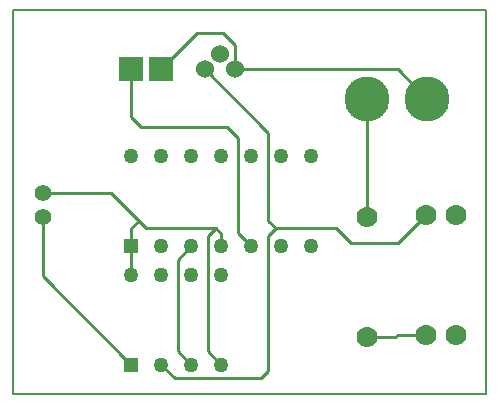
<source format=gbr>
G04 PROTEUS GERBER X2 FILE*
%TF.GenerationSoftware,Labcenter,Proteus,8.6-SP2-Build23525*%
%TF.CreationDate,2021-09-08T15:11:20+00:00*%
%TF.FileFunction,Copper,L2,Bot*%
%TF.FilePolarity,Positive*%
%TF.Part,Single*%
%FSLAX45Y45*%
%MOMM*%
G01*
%TA.AperFunction,Conductor*%
%ADD10C,0.254000*%
%TA.AperFunction,WasherPad*%
%ADD12C,1.397000*%
%TA.AperFunction,ComponentPad*%
%ADD13R,2.032000X2.032000*%
%TA.AperFunction,ComponentPad*%
%ADD14C,1.524000*%
%TA.AperFunction,ComponentPad*%
%ADD15R,1.270000X1.270000*%
%ADD16C,1.270000*%
%TA.AperFunction,ComponentPad*%
%ADD17C,3.810000*%
%ADD18C,1.778000*%
%TA.AperFunction,Profile*%
%ADD19C,0.203200*%
%TD.AperFunction*%
D10*
X+1063500Y+1968500D02*
X+832000Y+2200000D01*
X+250000Y+2200000D01*
X+3000000Y+984000D02*
X+3238500Y+984000D01*
X+3254500Y+1000000D01*
X+3500000Y+1000000D01*
X+1762000Y+750000D02*
X+1651000Y+861000D01*
X+1651000Y+1841500D01*
X+1714500Y+1905000D01*
X+1063500Y+1968500D02*
X+1127000Y+1905000D01*
X+1714500Y+1905000D01*
X+1762000Y+1857500D01*
X+1762000Y+1750000D01*
X+1000000Y+1750000D02*
X+1000000Y+1512000D01*
X+1000000Y+1750000D02*
X+1000000Y+1905000D01*
X+1063500Y+1968500D01*
X+250000Y+2000000D02*
X+250000Y+1500000D01*
X+1000000Y+750000D01*
X+1877000Y+3250000D02*
X+3258000Y+3250000D01*
X+3508000Y+3000000D01*
X+1254000Y+3250000D02*
X+1560000Y+3556000D01*
X+1778000Y+3556000D01*
X+1877000Y+3457000D01*
X+1877000Y+3250000D01*
X+3000000Y+3000000D02*
X+3000000Y+2000000D01*
X+2222500Y+1905000D02*
X+2159000Y+1841500D01*
X+2159000Y+698500D01*
X+2095500Y+635000D01*
X+1369000Y+635000D01*
X+1254000Y+750000D01*
X+2222500Y+1905000D02*
X+2159000Y+1968500D01*
X+2159000Y+2714000D01*
X+1623000Y+3250000D01*
X+2222500Y+1905000D02*
X+2730500Y+1905000D01*
X+2857500Y+1778000D01*
X+3262000Y+1778000D01*
X+3500000Y+2016000D01*
X+1508000Y+750000D02*
X+1397000Y+861000D01*
X+1397000Y+1639000D01*
X+1508000Y+1750000D01*
X+2016000Y+1750000D02*
X+1905000Y+1861000D01*
X+1905000Y+2667000D01*
X+1809079Y+2762921D01*
X+1079500Y+2762921D01*
X+1000000Y+2842421D01*
X+1000000Y+3250000D01*
D12*
X+250000Y+2200000D03*
X+250000Y+2000000D03*
D13*
X+1000000Y+3250000D03*
X+1254000Y+3250000D03*
D14*
X+1623000Y+3250000D03*
X+1750000Y+3377000D03*
X+1877000Y+3250000D03*
D15*
X+1000000Y+750000D03*
D16*
X+1254000Y+750000D03*
X+1508000Y+750000D03*
X+1762000Y+750000D03*
X+1762000Y+1512000D03*
X+1508000Y+1512000D03*
X+1254000Y+1512000D03*
X+1000000Y+1512000D03*
D15*
X+1000000Y+1750000D03*
D16*
X+1254000Y+1750000D03*
X+1508000Y+1750000D03*
X+1762000Y+1750000D03*
X+2016000Y+1750000D03*
X+2270000Y+1750000D03*
X+2524000Y+1750000D03*
X+2524000Y+2512000D03*
X+2270000Y+2512000D03*
X+2016000Y+2512000D03*
X+1762000Y+2512000D03*
X+1508000Y+2512000D03*
X+1254000Y+2512000D03*
X+1000000Y+2512000D03*
D17*
X+3000000Y+3000000D03*
X+3508000Y+3000000D03*
D18*
X+3000000Y+2000000D03*
X+3000000Y+984000D03*
X+3500000Y+1000000D03*
X+3500000Y+2016000D03*
X+3750000Y+1000000D03*
X+3750000Y+2016000D03*
D19*
X+0Y+500000D02*
X+4000000Y+500000D01*
X+4000000Y+3750000D01*
X+0Y+3750000D01*
X+0Y+500000D01*
M02*

</source>
